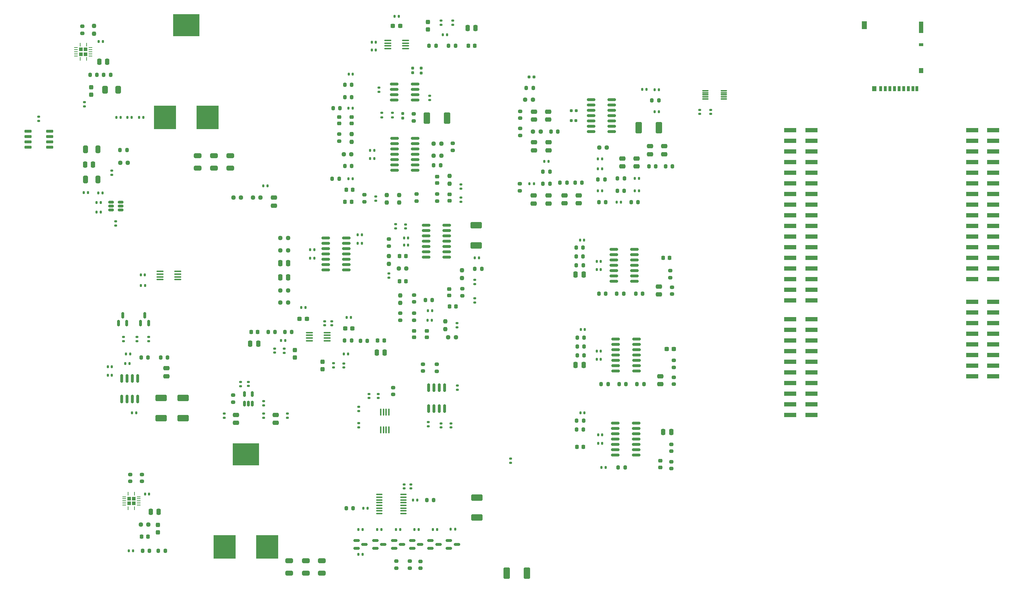
<source format=gbr>
%TF.GenerationSoftware,KiCad,Pcbnew,8.0.8*%
%TF.CreationDate,2025-03-14T14:35:35+00:00*%
%TF.ProjectId,Beehive_Monitor_main_PCB,42656568-6976-4655-9f4d-6f6e69746f72,rev?*%
%TF.SameCoordinates,Original*%
%TF.FileFunction,Paste,Top*%
%TF.FilePolarity,Positive*%
%FSLAX46Y46*%
G04 Gerber Fmt 4.6, Leading zero omitted, Abs format (unit mm)*
G04 Created by KiCad (PCBNEW 8.0.8) date 2025-03-14 14:35:35*
%MOMM*%
%LPD*%
G01*
G04 APERTURE LIST*
G04 Aperture macros list*
%AMRoundRect*
0 Rectangle with rounded corners*
0 $1 Rounding radius*
0 $2 $3 $4 $5 $6 $7 $8 $9 X,Y pos of 4 corners*
0 Add a 4 corners polygon primitive as box body*
4,1,4,$2,$3,$4,$5,$6,$7,$8,$9,$2,$3,0*
0 Add four circle primitives for the rounded corners*
1,1,$1+$1,$2,$3*
1,1,$1+$1,$4,$5*
1,1,$1+$1,$6,$7*
1,1,$1+$1,$8,$9*
0 Add four rect primitives between the rounded corners*
20,1,$1+$1,$2,$3,$4,$5,0*
20,1,$1+$1,$4,$5,$6,$7,0*
20,1,$1+$1,$6,$7,$8,$9,0*
20,1,$1+$1,$8,$9,$2,$3,0*%
G04 Aperture macros list end*
%ADD10RoundRect,0.237500X0.300000X0.237500X-0.300000X0.237500X-0.300000X-0.237500X0.300000X-0.237500X0*%
%ADD11RoundRect,0.200000X-0.200000X-0.275000X0.200000X-0.275000X0.200000X0.275000X-0.200000X0.275000X0*%
%ADD12RoundRect,0.225000X0.250000X-0.225000X0.250000X0.225000X-0.250000X0.225000X-0.250000X-0.225000X0*%
%ADD13RoundRect,0.150000X0.150000X-0.512500X0.150000X0.512500X-0.150000X0.512500X-0.150000X-0.512500X0*%
%ADD14RoundRect,0.140000X-0.140000X-0.170000X0.140000X-0.170000X0.140000X0.170000X-0.140000X0.170000X0*%
%ADD15RoundRect,0.250000X0.475000X-0.250000X0.475000X0.250000X-0.475000X0.250000X-0.475000X-0.250000X0*%
%ADD16RoundRect,0.135000X-0.185000X0.135000X-0.185000X-0.135000X0.185000X-0.135000X0.185000X0.135000X0*%
%ADD17RoundRect,0.200000X0.275000X-0.200000X0.275000X0.200000X-0.275000X0.200000X-0.275000X-0.200000X0*%
%ADD18RoundRect,0.135000X0.135000X0.185000X-0.135000X0.185000X-0.135000X-0.185000X0.135000X-0.185000X0*%
%ADD19RoundRect,0.150000X-0.825000X-0.150000X0.825000X-0.150000X0.825000X0.150000X-0.825000X0.150000X0*%
%ADD20RoundRect,0.200000X-0.275000X0.200000X-0.275000X-0.200000X0.275000X-0.200000X0.275000X0.200000X0*%
%ADD21RoundRect,0.250000X0.250000X0.475000X-0.250000X0.475000X-0.250000X-0.475000X0.250000X-0.475000X0*%
%ADD22RoundRect,0.200000X0.200000X0.275000X-0.200000X0.275000X-0.200000X-0.275000X0.200000X-0.275000X0*%
%ADD23RoundRect,0.225000X-0.225000X-0.250000X0.225000X-0.250000X0.225000X0.250000X-0.225000X0.250000X0*%
%ADD24RoundRect,0.140000X0.170000X-0.140000X0.170000X0.140000X-0.170000X0.140000X-0.170000X-0.140000X0*%
%ADD25RoundRect,0.250000X-0.650000X0.325000X-0.650000X-0.325000X0.650000X-0.325000X0.650000X0.325000X0*%
%ADD26RoundRect,0.155000X0.155000X-0.212500X0.155000X0.212500X-0.155000X0.212500X-0.155000X-0.212500X0*%
%ADD27RoundRect,0.100000X0.712500X0.100000X-0.712500X0.100000X-0.712500X-0.100000X0.712500X-0.100000X0*%
%ADD28RoundRect,0.140000X-0.170000X0.140000X-0.170000X-0.140000X0.170000X-0.140000X0.170000X0.140000X0*%
%ADD29RoundRect,0.135000X-0.135000X-0.185000X0.135000X-0.185000X0.135000X0.185000X-0.135000X0.185000X0*%
%ADD30RoundRect,0.135000X0.185000X-0.135000X0.185000X0.135000X-0.185000X0.135000X-0.185000X-0.135000X0*%
%ADD31RoundRect,0.225000X-0.250000X0.225000X-0.250000X-0.225000X0.250000X-0.225000X0.250000X0.225000X0*%
%ADD32RoundRect,0.250000X-0.250000X-0.475000X0.250000X-0.475000X0.250000X0.475000X-0.250000X0.475000X0*%
%ADD33RoundRect,0.250000X-0.475000X0.250000X-0.475000X-0.250000X0.475000X-0.250000X0.475000X0.250000X0*%
%ADD34RoundRect,0.140000X0.140000X0.170000X-0.140000X0.170000X-0.140000X-0.170000X0.140000X-0.170000X0*%
%ADD35R,6.360000X5.280000*%
%ADD36R,5.330000X5.590000*%
%ADD37RoundRect,0.237500X-0.237500X0.300000X-0.237500X-0.300000X0.237500X-0.300000X0.237500X0.300000X0*%
%ADD38RoundRect,0.100000X-0.712500X-0.100000X0.712500X-0.100000X0.712500X0.100000X-0.712500X0.100000X0*%
%ADD39RoundRect,0.225000X0.225000X0.250000X-0.225000X0.250000X-0.225000X-0.250000X0.225000X-0.250000X0*%
%ADD40RoundRect,0.237500X-0.250000X-0.237500X0.250000X-0.237500X0.250000X0.237500X-0.250000X0.237500X0*%
%ADD41R,0.820000X0.820000*%
%ADD42R,0.280000X0.850000*%
%ADD43R,0.850000X0.280000*%
%ADD44RoundRect,0.150000X-0.587500X-0.150000X0.587500X-0.150000X0.587500X0.150000X-0.587500X0.150000X0*%
%ADD45RoundRect,0.237500X-0.300000X-0.237500X0.300000X-0.237500X0.300000X0.237500X-0.300000X0.237500X0*%
%ADD46RoundRect,0.150000X-0.150000X0.825000X-0.150000X-0.825000X0.150000X-0.825000X0.150000X0.825000X0*%
%ADD47RoundRect,0.237500X0.250000X0.237500X-0.250000X0.237500X-0.250000X-0.237500X0.250000X-0.237500X0*%
%ADD48RoundRect,0.237500X-0.237500X0.250000X-0.237500X-0.250000X0.237500X-0.250000X0.237500X0.250000X0*%
%ADD49RoundRect,0.100000X-0.637500X-0.100000X0.637500X-0.100000X0.637500X0.100000X-0.637500X0.100000X0*%
%ADD50RoundRect,0.237500X0.237500X-0.300000X0.237500X0.300000X-0.237500X0.300000X-0.237500X-0.300000X0*%
%ADD51R,3.000000X1.000000*%
%ADD52RoundRect,0.250000X1.100000X-0.500000X1.100000X0.500000X-1.100000X0.500000X-1.100000X-0.500000X0*%
%ADD53RoundRect,0.237500X0.237500X-0.250000X0.237500X0.250000X-0.237500X0.250000X-0.237500X-0.250000X0*%
%ADD54RoundRect,0.155000X-0.212500X-0.155000X0.212500X-0.155000X0.212500X0.155000X-0.212500X0.155000X0*%
%ADD55RoundRect,0.250000X-0.500000X-1.100000X0.500000X-1.100000X0.500000X1.100000X-0.500000X1.100000X0*%
%ADD56RoundRect,0.250000X-0.325000X-0.650000X0.325000X-0.650000X0.325000X0.650000X-0.325000X0.650000X0*%
%ADD57RoundRect,0.150000X0.512500X0.150000X-0.512500X0.150000X-0.512500X-0.150000X0.512500X-0.150000X0*%
%ADD58RoundRect,0.150000X0.725000X0.150000X-0.725000X0.150000X-0.725000X-0.150000X0.725000X-0.150000X0*%
%ADD59RoundRect,0.250000X0.500000X1.100000X-0.500000X1.100000X-0.500000X-1.100000X0.500000X-1.100000X0*%
%ADD60RoundRect,0.155000X-0.155000X0.212500X-0.155000X-0.212500X0.155000X-0.212500X0.155000X0.212500X0*%
%ADD61RoundRect,0.075000X-0.650000X-0.075000X0.650000X-0.075000X0.650000X0.075000X-0.650000X0.075000X0*%
%ADD62RoundRect,0.250000X0.412500X0.650000X-0.412500X0.650000X-0.412500X-0.650000X0.412500X-0.650000X0*%
%ADD63RoundRect,0.150000X0.150000X-0.587500X0.150000X0.587500X-0.150000X0.587500X-0.150000X-0.587500X0*%
%ADD64R,0.700000X1.200000*%
%ADD65R,1.000000X0.800000*%
%ADD66R,1.000000X1.200000*%
%ADD67R,1.000000X2.800000*%
%ADD68R,1.300000X1.900000*%
%ADD69RoundRect,0.155000X0.212500X0.155000X-0.212500X0.155000X-0.212500X-0.155000X0.212500X-0.155000X0*%
%ADD70RoundRect,0.100000X0.100000X-0.712500X0.100000X0.712500X-0.100000X0.712500X-0.100000X-0.712500X0*%
%ADD71RoundRect,0.150000X0.150000X-0.825000X0.150000X0.825000X-0.150000X0.825000X-0.150000X-0.825000X0*%
G04 APERTURE END LIST*
D10*
%TO.C,C95*%
X212515000Y-134350000D03*
X210790000Y-134350000D03*
%TD*%
D11*
%TO.C,R47*%
X133980000Y-74210000D03*
X135630000Y-74210000D03*
%TD*%
D12*
%TO.C,C84*%
X150531250Y-131567500D03*
X150531250Y-130017500D03*
%TD*%
D13*
%TO.C,IC4*%
X110025000Y-147385000D03*
X110975000Y-147385000D03*
X111925000Y-147385000D03*
X111925000Y-145110000D03*
X110025000Y-145110000D03*
%TD*%
D14*
%TO.C,Cboot1*%
X86340000Y-169000000D03*
X87300000Y-169000000D03*
%TD*%
D15*
%TO.C,C77*%
X210240000Y-87825907D03*
X210240000Y-85925907D03*
%TD*%
D16*
%TO.C,R17*%
X114650000Y-146740000D03*
X114650000Y-147760000D03*
%TD*%
D11*
%TO.C,R141*%
X85390000Y-136370000D03*
X87040000Y-136370000D03*
%TD*%
D17*
%TO.C,R60*%
X151110000Y-98995000D03*
X151110000Y-97345000D03*
%TD*%
D18*
%TO.C,R82*%
X179090000Y-94845907D03*
X178070000Y-94845907D03*
%TD*%
D19*
%TO.C,U1*%
X145830000Y-84050000D03*
X145830000Y-85320000D03*
X145830000Y-86590000D03*
X145830000Y-87860000D03*
X145830000Y-89130000D03*
X145830000Y-90400000D03*
X145830000Y-91670000D03*
X150780000Y-91670000D03*
X150780000Y-90400000D03*
X150780000Y-89130000D03*
X150780000Y-87860000D03*
X150780000Y-86590000D03*
X150780000Y-85320000D03*
X150780000Y-84050000D03*
%TD*%
D20*
%TO.C,R113*%
X150531250Y-125787500D03*
X150531250Y-127437500D03*
%TD*%
D12*
%TO.C,C63*%
X158990000Y-98965000D03*
X158990000Y-97415000D03*
%TD*%
D21*
%TO.C,C111*%
X190977499Y-116532500D03*
X189077499Y-116532500D03*
%TD*%
D22*
%TO.C,R79*%
X184840000Y-82430000D03*
X183190000Y-82430000D03*
%TD*%
D23*
%TO.C,C31*%
X111610000Y-130290000D03*
X113160000Y-130290000D03*
%TD*%
D24*
%TO.C,C24*%
X130900000Y-128660000D03*
X130900000Y-127700000D03*
%TD*%
D14*
%TO.C,C97*%
X138420000Y-172310000D03*
X139380000Y-172310000D03*
%TD*%
D25*
%TO.C,C20*%
X128525000Y-184900000D03*
X128525000Y-187850000D03*
%TD*%
D26*
%TO.C,C68*%
X150205000Y-68417500D03*
X150205000Y-67282500D03*
%TD*%
D19*
%TO.C,U3*%
X192740000Y-74795907D03*
X192740000Y-76065907D03*
X192740000Y-77335907D03*
X192740000Y-78605907D03*
X192740000Y-79875907D03*
X192740000Y-81145907D03*
X192740000Y-82415907D03*
X197690000Y-82415907D03*
X197690000Y-81145907D03*
X197690000Y-79875907D03*
X197690000Y-78605907D03*
X197690000Y-77335907D03*
X197690000Y-76065907D03*
X197690000Y-74795907D03*
%TD*%
D27*
%TO.C,IC2*%
X94092500Y-117775000D03*
X94092500Y-117125000D03*
X94092500Y-116475000D03*
X94092500Y-115825000D03*
X89867500Y-115825000D03*
X89867500Y-116475000D03*
X89867500Y-117125000D03*
X89867500Y-117775000D03*
%TD*%
D28*
%TO.C,C89*%
X159325000Y-152107500D03*
X159325000Y-153067500D03*
%TD*%
D29*
%TO.C,R146*%
X83225552Y-149554448D03*
X84245552Y-149554448D03*
%TD*%
D30*
%TO.C,R71*%
X142145000Y-72940000D03*
X142145000Y-71920000D03*
%TD*%
D11*
%TO.C,R13*%
X80340000Y-86810000D03*
X81990000Y-86810000D03*
%TD*%
%TO.C,R154*%
X189425000Y-133710000D03*
X191075000Y-133710000D03*
%TD*%
D31*
%TO.C,C59*%
X132690000Y-78975000D03*
X132690000Y-80525000D03*
%TD*%
D14*
%TO.C,C57*%
X134895000Y-68690000D03*
X135855000Y-68690000D03*
%TD*%
D32*
%TO.C,C2*%
X72025000Y-90275000D03*
X73925000Y-90275000D03*
%TD*%
D11*
%TO.C,R132*%
X165016250Y-115172500D03*
X166666250Y-115172500D03*
%TD*%
D22*
%TO.C,R92*%
X200677500Y-96585907D03*
X199027500Y-96585907D03*
%TD*%
D33*
%TO.C,C72*%
X182520000Y-77670907D03*
X182520000Y-79570907D03*
%TD*%
D34*
%TO.C,C93*%
X191265000Y-129680000D03*
X190305000Y-129680000D03*
%TD*%
D11*
%TO.C,R116*%
X195170000Y-142730000D03*
X196820000Y-142730000D03*
%TD*%
D17*
%TO.C,R167*%
X155940000Y-139625000D03*
X155940000Y-137975000D03*
%TD*%
D29*
%TO.C,R96*%
X203155000Y-93635907D03*
X204175000Y-93635907D03*
%TD*%
D18*
%TO.C,R168*%
X154836250Y-125187500D03*
X153816250Y-125187500D03*
%TD*%
D34*
%TO.C,C56*%
X140992500Y-86900000D03*
X140032500Y-86900000D03*
%TD*%
D11*
%TO.C,R118*%
X153201250Y-122687500D03*
X154851250Y-122687500D03*
%TD*%
D17*
%TO.C,R50*%
X132690000Y-84700000D03*
X132690000Y-83050000D03*
%TD*%
D18*
%TO.C,R28*%
X134740000Y-135480000D03*
X133720000Y-135480000D03*
%TD*%
D30*
%TO.C,R149*%
X173500000Y-161510000D03*
X173500000Y-160490000D03*
%TD*%
D17*
%TO.C,R121*%
X149495000Y-186635000D03*
X149495000Y-184985000D03*
%TD*%
D34*
%TO.C,C102*%
X78400000Y-140604448D03*
X77440000Y-140604448D03*
%TD*%
%TO.C,C44*%
X86320000Y-119210000D03*
X85360000Y-119210000D03*
%TD*%
D11*
%TO.C,R95*%
X199040000Y-93635907D03*
X200690000Y-93635907D03*
%TD*%
D16*
%TO.C,R133*%
X165011250Y-117842500D03*
X165011250Y-118862500D03*
%TD*%
D30*
%TO.C,R143*%
X81190000Y-132470000D03*
X81190000Y-131450000D03*
%TD*%
%TO.C,R500*%
X78340000Y-92750000D03*
X78340000Y-91730000D03*
%TD*%
D20*
%TO.C,R6*%
X71350000Y-57312500D03*
X71350000Y-58962500D03*
%TD*%
D35*
%TO.C,L1*%
X96125000Y-57000000D03*
D36*
X91050000Y-79075000D03*
X101200000Y-79075000D03*
%TD*%
D11*
%TO.C,R156*%
X199435000Y-142730000D03*
X201085000Y-142730000D03*
%TD*%
D18*
%TO.C,R46*%
X135850000Y-76840000D03*
X134830000Y-76840000D03*
%TD*%
D37*
%TO.C,C7*%
X73500000Y-71875000D03*
X73500000Y-73600000D03*
%TD*%
D16*
%TO.C,R150*%
X153915000Y-151747500D03*
X153915000Y-152767500D03*
%TD*%
D29*
%TO.C,R36*%
X123553750Y-124426250D03*
X124573750Y-124426250D03*
%TD*%
D22*
%TO.C,R91*%
X203960000Y-99285907D03*
X202310000Y-99285907D03*
%TD*%
D33*
%TO.C,C14*%
X107975000Y-150080000D03*
X107975000Y-151980000D03*
%TD*%
D16*
%TO.C,R4*%
X79300000Y-103880000D03*
X79300000Y-104900000D03*
%TD*%
D38*
%TO.C,IC6*%
X125552500Y-130410000D03*
X125552500Y-131060000D03*
X125552500Y-131710000D03*
X125552500Y-132360000D03*
X129777500Y-132360000D03*
X129777500Y-131710000D03*
X129777500Y-131060000D03*
X129777500Y-130410000D03*
%TD*%
D34*
%TO.C,C55*%
X140992500Y-88870000D03*
X140032500Y-88870000D03*
%TD*%
D24*
%TO.C,C23*%
X129202500Y-128660000D03*
X129202500Y-127700000D03*
%TD*%
%TO.C,C100*%
X149770000Y-167640000D03*
X149770000Y-166680000D03*
%TD*%
D22*
%TO.C,R155*%
X191085000Y-135820000D03*
X189435000Y-135820000D03*
%TD*%
D39*
%TO.C,C112*%
X211497499Y-112542500D03*
X209947499Y-112542500D03*
%TD*%
D16*
%TO.C,R55*%
X141380000Y-97900000D03*
X141380000Y-98920000D03*
%TD*%
D29*
%TO.C,R34*%
X118778750Y-132320000D03*
X119798750Y-132320000D03*
%TD*%
D11*
%TO.C,R11*%
X76450000Y-68900000D03*
X78100000Y-68900000D03*
%TD*%
D10*
%TO.C,C39*%
X147200000Y-57170000D03*
X145475000Y-57170000D03*
%TD*%
D40*
%TO.C,R16*%
X85300000Y-176225000D03*
X87125000Y-176225000D03*
%TD*%
D17*
%TO.C,R158*%
X212525000Y-138715000D03*
X212525000Y-137065000D03*
%TD*%
D37*
%TO.C,C27*%
X128650000Y-137397500D03*
X128650000Y-139122500D03*
%TD*%
D18*
%TO.C,R72*%
X115525000Y-95360000D03*
X114505000Y-95360000D03*
%TD*%
D11*
%TO.C,R86*%
X188920000Y-94625907D03*
X190570000Y-94625907D03*
%TD*%
D41*
%TO.C,IC3*%
X71015000Y-62815000D03*
X71015000Y-63935000D03*
X72135000Y-62815000D03*
X72135000Y-63935000D03*
D42*
X70825000Y-61650000D03*
D43*
X69850000Y-62375000D03*
X69850000Y-62875000D03*
X69850000Y-63375000D03*
X69850000Y-63875000D03*
X69850000Y-64375000D03*
D42*
X70825000Y-65100000D03*
X72325000Y-65100000D03*
D43*
X73300000Y-64375000D03*
X73300000Y-63875000D03*
X73300000Y-63375000D03*
X73300000Y-62875000D03*
X73300000Y-62375000D03*
D42*
X72325000Y-61650000D03*
%TD*%
D29*
%TO.C,R173*%
X195235000Y-162580000D03*
X196255000Y-162580000D03*
%TD*%
D44*
%TO.C,Q3*%
X136770000Y-180010000D03*
X136770000Y-181910000D03*
X138645000Y-180960000D03*
%TD*%
D21*
%TO.C,C117*%
X211880000Y-154110000D03*
X209980000Y-154110000D03*
%TD*%
D24*
%TO.C,C99*%
X148120000Y-167640000D03*
X148120000Y-166680000D03*
%TD*%
D18*
%TO.C,R104*%
X204162500Y-96585907D03*
X203142500Y-96585907D03*
%TD*%
D30*
%TO.C,R142*%
X84425552Y-132470000D03*
X84425552Y-131450000D03*
%TD*%
D34*
%TO.C,C114*%
X195390000Y-156820000D03*
X194430000Y-156820000D03*
%TD*%
D40*
%TO.C,R42*%
X107407500Y-98200000D03*
X109232500Y-98200000D03*
%TD*%
D20*
%TO.C,R15*%
X82750000Y-164300000D03*
X82750000Y-165950000D03*
%TD*%
D34*
%TO.C,C109*%
X195062499Y-115372500D03*
X194102499Y-115372500D03*
%TD*%
D45*
%TO.C,C34*%
X123201250Y-127166250D03*
X124926250Y-127166250D03*
%TD*%
D39*
%TO.C,C116*%
X190885000Y-157700000D03*
X189335000Y-157700000D03*
%TD*%
D15*
%TO.C,C17*%
X186450000Y-99565907D03*
X186450000Y-97665907D03*
%TD*%
D46*
%TO.C,U5*%
X157800000Y-143587500D03*
X156530000Y-143587500D03*
X155260000Y-143587500D03*
X153990000Y-143587500D03*
X153990000Y-148537500D03*
X155260000Y-148537500D03*
X156530000Y-148537500D03*
X157800000Y-148537500D03*
%TD*%
D47*
%TO.C,R26*%
X120420000Y-120360000D03*
X118595000Y-120360000D03*
%TD*%
D14*
%TO.C,Cboot5*%
X75270000Y-60925000D03*
X76230000Y-60925000D03*
%TD*%
D48*
%TO.C,R63*%
X159000000Y-93025000D03*
X159000000Y-94850000D03*
%TD*%
D18*
%TO.C,R125*%
X138217500Y-177385000D03*
X137197500Y-177385000D03*
%TD*%
D40*
%TO.C,R75*%
X177027500Y-74845907D03*
X178852500Y-74845907D03*
%TD*%
D20*
%TO.C,R111*%
X150531250Y-121447500D03*
X150531250Y-123097500D03*
%TD*%
D49*
%TO.C,IC9*%
X142245000Y-169060000D03*
X142245000Y-169710000D03*
X142245000Y-170360000D03*
X142245000Y-171010000D03*
X142245000Y-171660000D03*
X142245000Y-172310000D03*
X142245000Y-172960000D03*
X142245000Y-173610000D03*
X147970000Y-173610000D03*
X147970000Y-172960000D03*
X147970000Y-172310000D03*
X147970000Y-171660000D03*
X147970000Y-171010000D03*
X147970000Y-170360000D03*
X147970000Y-169710000D03*
X147970000Y-169060000D03*
%TD*%
D44*
%TO.C,Q1*%
X150095000Y-180010000D03*
X150095000Y-181910000D03*
X151970000Y-180960000D03*
%TD*%
D10*
%TO.C,C28*%
X135782500Y-129426250D03*
X134057500Y-129426250D03*
%TD*%
D18*
%TO.C,R39*%
X158415000Y-59317500D03*
X157395000Y-59317500D03*
%TD*%
D50*
%TO.C,C38*%
X153790000Y-58032500D03*
X153790000Y-56307500D03*
%TD*%
D15*
%TO.C,C74*%
X179050000Y-99595907D03*
X179050000Y-97695907D03*
%TD*%
D12*
%TO.C,C86*%
X158936250Y-121572500D03*
X158936250Y-120022500D03*
%TD*%
D20*
%TO.C,R65*%
X156040000Y-97360000D03*
X156040000Y-99010000D03*
%TD*%
D17*
%TO.C,R110*%
X152645000Y-139605000D03*
X152645000Y-137955000D03*
%TD*%
D26*
%TO.C,C67*%
X152195000Y-68427500D03*
X152195000Y-67292500D03*
%TD*%
D32*
%TO.C,Css5*%
X75375000Y-65750000D03*
X77275000Y-65750000D03*
%TD*%
D11*
%TO.C,R33*%
X119695000Y-130290000D03*
X121345000Y-130290000D03*
%TD*%
D35*
%TO.C,L2*%
X110350000Y-159480000D03*
D36*
X105275000Y-181555000D03*
X115425000Y-181555000D03*
%TD*%
D11*
%TO.C,R153*%
X203415000Y-121120000D03*
X205065000Y-121120000D03*
%TD*%
%TO.C,R93*%
X206520000Y-90735907D03*
X208170000Y-90735907D03*
%TD*%
D33*
%TO.C,C73*%
X179160000Y-84975907D03*
X179160000Y-86875907D03*
%TD*%
D19*
%TO.C,IC8*%
X129430000Y-107830000D03*
X129430000Y-109100000D03*
X129430000Y-110370000D03*
X129430000Y-111640000D03*
X129430000Y-112910000D03*
X129430000Y-114180000D03*
X129430000Y-115450000D03*
X134380000Y-115450000D03*
X134380000Y-114180000D03*
X134380000Y-112910000D03*
X134380000Y-111640000D03*
X134380000Y-110370000D03*
X134380000Y-109100000D03*
X134380000Y-107830000D03*
%TD*%
D18*
%TO.C,R88*%
X195350000Y-91315907D03*
X194330000Y-91315907D03*
%TD*%
D11*
%TO.C,R157*%
X203685000Y-142720000D03*
X205335000Y-142720000D03*
%TD*%
D40*
%TO.C,R25*%
X118595000Y-123250000D03*
X120420000Y-123250000D03*
%TD*%
D12*
%TO.C,C62*%
X156040000Y-94715000D03*
X156040000Y-93165000D03*
%TD*%
D16*
%TO.C,R105*%
X146101250Y-104542500D03*
X146101250Y-105562500D03*
%TD*%
D17*
%TO.C,R151*%
X145485000Y-145182500D03*
X145485000Y-143532500D03*
%TD*%
D11*
%TO.C,R101*%
X181270000Y-92015907D03*
X182920000Y-92015907D03*
%TD*%
%TO.C,R32*%
X115675000Y-130290000D03*
X117325000Y-130290000D03*
%TD*%
D23*
%TO.C,C60*%
X134310000Y-96340000D03*
X135860000Y-96340000D03*
%TD*%
D51*
%TO.C,J1*%
X283680000Y-140840000D03*
X288720000Y-140840000D03*
X283680000Y-138300000D03*
X288720000Y-138300000D03*
X283680000Y-135760000D03*
X288720000Y-135760000D03*
X283680000Y-133220000D03*
X288720000Y-133220000D03*
X283680000Y-130680000D03*
X288720000Y-130680000D03*
X283680000Y-128140000D03*
X288720000Y-128140000D03*
X283680000Y-125600000D03*
X288720000Y-125600000D03*
X283680000Y-123060000D03*
X288720000Y-123060000D03*
%TD*%
D22*
%TO.C,R37*%
X160415000Y-61957500D03*
X158765000Y-61957500D03*
%TD*%
%TO.C,R159*%
X190822499Y-110142500D03*
X189172499Y-110142500D03*
%TD*%
D52*
%TO.C,D4*%
X95390000Y-150820000D03*
X95390000Y-146020000D03*
%TD*%
D18*
%TO.C,R56*%
X135865000Y-93700000D03*
X134845000Y-93700000D03*
%TD*%
D19*
%TO.C,U4*%
X153366250Y-104800000D03*
X153366250Y-106070000D03*
X153366250Y-107340000D03*
X153366250Y-108610000D03*
X153366250Y-109880000D03*
X153366250Y-111150000D03*
X153366250Y-112420000D03*
X158316250Y-112420000D03*
X158316250Y-111150000D03*
X158316250Y-109880000D03*
X158316250Y-108610000D03*
X158316250Y-107340000D03*
X158316250Y-106070000D03*
X158316250Y-104800000D03*
%TD*%
D28*
%TO.C,C107*%
X221330000Y-77270000D03*
X221330000Y-78230000D03*
%TD*%
D22*
%TO.C,R38*%
X155755000Y-61957500D03*
X154105000Y-61957500D03*
%TD*%
D34*
%TO.C,C41*%
X141377500Y-62972500D03*
X140417500Y-62972500D03*
%TD*%
D22*
%TO.C,R89*%
X196275000Y-99275907D03*
X194625000Y-99275907D03*
%TD*%
D15*
%TO.C,C75*%
X189780000Y-99565907D03*
X189780000Y-97665907D03*
%TD*%
D40*
%TO.C,R102*%
X194667500Y-86205907D03*
X196492500Y-86205907D03*
%TD*%
D17*
%TO.C,R175*%
X211880000Y-162885000D03*
X211880000Y-161235000D03*
%TD*%
D24*
%TO.C,C81*%
X148511250Y-105532500D03*
X148511250Y-104572500D03*
%TD*%
D21*
%TO.C,C35*%
X165170000Y-57707500D03*
X163270000Y-57707500D03*
%TD*%
D18*
%TO.C,R138*%
X160292500Y-177360000D03*
X159272500Y-177360000D03*
%TD*%
D53*
%TO.C,R115*%
X147211250Y-123332500D03*
X147211250Y-121507500D03*
%TD*%
%TO.C,R7*%
X74150000Y-59050000D03*
X74150000Y-57225000D03*
%TD*%
D34*
%TO.C,C78*%
X208910000Y-77695907D03*
X207950000Y-77695907D03*
%TD*%
D40*
%TO.C,R62*%
X155175000Y-85320000D03*
X157000000Y-85320000D03*
%TD*%
D20*
%TO.C,R22*%
X107315000Y-145365000D03*
X107315000Y-147015000D03*
%TD*%
D54*
%TO.C,C71*%
X177962500Y-69393407D03*
X179097500Y-69393407D03*
%TD*%
D30*
%TO.C,R100*%
X154210000Y-74930000D03*
X154210000Y-73910000D03*
%TD*%
D48*
%TO.C,R128*%
X161981250Y-115537500D03*
X161981250Y-117362500D03*
%TD*%
D55*
%TO.C,D1*%
X153600000Y-79200000D03*
X158400000Y-79200000D03*
%TD*%
D47*
%TO.C,R64*%
X157012500Y-88180000D03*
X155187500Y-88180000D03*
%TD*%
D18*
%TO.C,R139*%
X155995000Y-177385000D03*
X154975000Y-177385000D03*
%TD*%
D53*
%TO.C,R122*%
X158001250Y-129555000D03*
X158001250Y-127730000D03*
%TD*%
D28*
%TO.C,C32*%
X117273750Y-134256250D03*
X117273750Y-135216250D03*
%TD*%
D17*
%TO.C,R77*%
X175870000Y-83335907D03*
X175870000Y-81685907D03*
%TD*%
D22*
%TO.C,R84*%
X196030000Y-93875907D03*
X194380000Y-93875907D03*
%TD*%
D37*
%TO.C,C5*%
X89425000Y-176337500D03*
X89425000Y-178062500D03*
%TD*%
D34*
%TO.C,C91*%
X195055000Y-134810000D03*
X194095000Y-134810000D03*
%TD*%
D18*
%TO.C,R44*%
X138060000Y-109100000D03*
X137040000Y-109100000D03*
%TD*%
D32*
%TO.C,Css1*%
X87650000Y-173175000D03*
X89550000Y-173175000D03*
%TD*%
D56*
%TO.C,C1*%
X72100000Y-86675000D03*
X75050000Y-86675000D03*
%TD*%
D16*
%TO.C,R35*%
X119533750Y-134246250D03*
X119533750Y-135266250D03*
%TD*%
D17*
%TO.C,R117*%
X212525000Y-142720000D03*
X212525000Y-141070000D03*
%TD*%
D57*
%TO.C,IC1*%
X80497500Y-101162500D03*
X80497500Y-100212500D03*
X80497500Y-99262500D03*
X78222500Y-99262500D03*
X78222500Y-100212500D03*
X78222500Y-101162500D03*
%TD*%
D11*
%TO.C,R10*%
X73200000Y-68900000D03*
X74850000Y-68900000D03*
%TD*%
D30*
%TO.C,R144*%
X87170000Y-132470000D03*
X87170000Y-131450000D03*
%TD*%
D17*
%TO.C,R14*%
X85575000Y-165950000D03*
X85575000Y-164300000D03*
%TD*%
D11*
%TO.C,R162*%
X194602499Y-121122500D03*
X196252499Y-121122500D03*
%TD*%
D17*
%TO.C,R165*%
X212100000Y-121245000D03*
X212100000Y-119595000D03*
%TD*%
D29*
%TO.C,R169*%
X81750000Y-135510000D03*
X82770000Y-135510000D03*
%TD*%
D21*
%TO.C,C94*%
X190975000Y-138170000D03*
X189075000Y-138170000D03*
%TD*%
D33*
%TO.C,C54*%
X179130000Y-77670907D03*
X179130000Y-79570907D03*
%TD*%
D23*
%TO.C,C61*%
X134030000Y-99170000D03*
X135580000Y-99170000D03*
%TD*%
D58*
%TO.C,Q9*%
X63550000Y-86185000D03*
X63550000Y-84915000D03*
X63550000Y-83645000D03*
X63550000Y-82375000D03*
X58400000Y-82375000D03*
X58400000Y-83645000D03*
X58400000Y-84915000D03*
X58400000Y-86185000D03*
%TD*%
D39*
%TO.C,C4*%
X87025000Y-179125000D03*
X85475000Y-179125000D03*
%TD*%
D20*
%TO.C,R129*%
X161991250Y-119972500D03*
X161991250Y-121622500D03*
%TD*%
D51*
%TO.C,J2*%
X240270000Y-150040000D03*
X245310000Y-150040000D03*
X240270000Y-147500000D03*
X245310000Y-147500000D03*
X240270000Y-144960000D03*
X245310000Y-144960000D03*
X240270000Y-142420000D03*
X245310000Y-142420000D03*
X240270000Y-139880000D03*
X245310000Y-139880000D03*
X240270000Y-137340000D03*
X245310000Y-137340000D03*
X240270000Y-134800000D03*
X245310000Y-134800000D03*
X240270000Y-132260000D03*
X245310000Y-132260000D03*
X240270000Y-129720000D03*
X245310000Y-129720000D03*
X240270000Y-127180000D03*
X245310000Y-127180000D03*
%TD*%
D18*
%TO.C,R131*%
X138217500Y-183385000D03*
X137197500Y-183385000D03*
%TD*%
D22*
%TO.C,R49*%
X135630000Y-71290000D03*
X133980000Y-71290000D03*
%TD*%
D40*
%TO.C,R43*%
X112067500Y-98200000D03*
X113892500Y-98200000D03*
%TD*%
D11*
%TO.C,R94*%
X210525000Y-90745907D03*
X212175000Y-90745907D03*
%TD*%
D55*
%TO.C,D8*%
X172620000Y-187860000D03*
X177420000Y-187860000D03*
%TD*%
D19*
%TO.C,U2*%
X145800000Y-71120000D03*
X145800000Y-72390000D03*
X145800000Y-73660000D03*
X145800000Y-74930000D03*
X150750000Y-74930000D03*
X150750000Y-73660000D03*
X150750000Y-72390000D03*
X150750000Y-71120000D03*
%TD*%
D34*
%TO.C,C103*%
X78409448Y-138560000D03*
X77449448Y-138560000D03*
%TD*%
D22*
%TO.C,R18*%
X91150000Y-182475000D03*
X89500000Y-182475000D03*
%TD*%
D16*
%TO.C,R134*%
X165011250Y-122252500D03*
X165011250Y-123272500D03*
%TD*%
D39*
%TO.C,C29*%
X143360000Y-132320000D03*
X141810000Y-132320000D03*
%TD*%
D11*
%TO.C,R51*%
X131180000Y-76840000D03*
X132830000Y-76840000D03*
%TD*%
D34*
%TO.C,C80*%
X149101250Y-107792500D03*
X148141250Y-107792500D03*
%TD*%
D24*
%TO.C,C104*%
X139765000Y-146027500D03*
X139765000Y-145067500D03*
%TD*%
D29*
%TO.C,R87*%
X194330000Y-88915907D03*
X195350000Y-88915907D03*
%TD*%
D17*
%TO.C,R166*%
X211682499Y-117292500D03*
X211682499Y-115642500D03*
%TD*%
D34*
%TO.C,C79*%
X149101250Y-109502500D03*
X148141250Y-109502500D03*
%TD*%
D37*
%TO.C,C33*%
X122043750Y-134613750D03*
X122043750Y-136338750D03*
%TD*%
D22*
%TO.C,R112*%
X191080000Y-131630000D03*
X189430000Y-131630000D03*
%TD*%
D59*
%TO.C,D2*%
X208910000Y-81485907D03*
X204110000Y-81485907D03*
%TD*%
D51*
%TO.C,J4*%
X240270000Y-122730000D03*
X245310000Y-122730000D03*
X240270000Y-120190000D03*
X245310000Y-120190000D03*
X240270000Y-117650000D03*
X245310000Y-117650000D03*
X240270000Y-115110000D03*
X245310000Y-115110000D03*
X240270000Y-112570000D03*
X245310000Y-112570000D03*
X240270000Y-110030000D03*
X245310000Y-110030000D03*
X240270000Y-107490000D03*
X245310000Y-107490000D03*
X240270000Y-104950000D03*
X245310000Y-104950000D03*
X240270000Y-102410000D03*
X245310000Y-102410000D03*
X240270000Y-99870000D03*
X245310000Y-99870000D03*
X240270000Y-97330000D03*
X245310000Y-97330000D03*
X240270000Y-94790000D03*
X245310000Y-94790000D03*
X240270000Y-92250000D03*
X245310000Y-92250000D03*
X240270000Y-89710000D03*
X245310000Y-89710000D03*
X240270000Y-87170000D03*
X245310000Y-87170000D03*
X240270000Y-84630000D03*
X245310000Y-84630000D03*
X240270000Y-82090000D03*
X245310000Y-82090000D03*
%TD*%
D22*
%TO.C,R27*%
X139340000Y-132350000D03*
X137690000Y-132350000D03*
%TD*%
D15*
%TO.C,C53*%
X182580000Y-99575907D03*
X182580000Y-97675907D03*
%TD*%
D18*
%TO.C,R98*%
X208920000Y-72405907D03*
X207900000Y-72405907D03*
%TD*%
D20*
%TO.C,R83*%
X175710000Y-94895907D03*
X175710000Y-96545907D03*
%TD*%
D60*
%TO.C,C64*%
X147800000Y-78077500D03*
X147800000Y-79212500D03*
%TD*%
D32*
%TO.C,C30*%
X111435000Y-133100000D03*
X113335000Y-133100000D03*
%TD*%
D23*
%TO.C,C83*%
X147041250Y-118122500D03*
X148591250Y-118122500D03*
%TD*%
D44*
%TO.C,Q2*%
X145795000Y-180010000D03*
X145795000Y-181910000D03*
X147670000Y-180960000D03*
%TD*%
D30*
%TO.C,R152*%
X60900000Y-79920000D03*
X60900000Y-78900000D03*
%TD*%
D29*
%TO.C,R103*%
X194360000Y-96555907D03*
X195380000Y-96555907D03*
%TD*%
D61*
%TO.C,IC11*%
X219985000Y-72660000D03*
X219985000Y-73160000D03*
X219985000Y-73660000D03*
X219985000Y-74160000D03*
X219985000Y-74660000D03*
X224385000Y-74660000D03*
X224385000Y-74160000D03*
X224385000Y-73660000D03*
X224385000Y-73160000D03*
X224385000Y-72660000D03*
%TD*%
D40*
%TO.C,R124*%
X158678750Y-131562500D03*
X160503750Y-131562500D03*
%TD*%
D12*
%TO.C,C85*%
X153541250Y-131567500D03*
X153541250Y-130017500D03*
%TD*%
D15*
%TO.C,C113*%
X208972499Y-121327500D03*
X208972499Y-119427500D03*
%TD*%
D30*
%TO.C,R40*%
X156940000Y-56960000D03*
X156940000Y-55940000D03*
%TD*%
D40*
%TO.C,R2*%
X80375000Y-89910000D03*
X82200000Y-89910000D03*
%TD*%
D18*
%TO.C,R12*%
X83150000Y-79075000D03*
X82130000Y-79075000D03*
%TD*%
D30*
%TO.C,R135*%
X160815000Y-144067500D03*
X160815000Y-143047500D03*
%TD*%
D62*
%TO.C,C6*%
X79900000Y-72475000D03*
X76775000Y-72475000D03*
%TD*%
D29*
%TO.C,R3*%
X75120000Y-97040000D03*
X76140000Y-97040000D03*
%TD*%
D22*
%TO.C,R58*%
X132630000Y-93690000D03*
X130980000Y-93690000D03*
%TD*%
D18*
%TO.C,R127*%
X142690000Y-177385000D03*
X141670000Y-177385000D03*
%TD*%
D48*
%TO.C,R48*%
X135570000Y-83047500D03*
X135570000Y-84872500D03*
%TD*%
D18*
%TO.C,R5*%
X80525000Y-79075000D03*
X79505000Y-79075000D03*
%TD*%
D20*
%TO.C,R76*%
X175870000Y-77575907D03*
X175870000Y-79225907D03*
%TD*%
D34*
%TO.C,C49*%
X126690000Y-112640000D03*
X125730000Y-112640000D03*
%TD*%
D15*
%TO.C,C96*%
X209305000Y-142720000D03*
X209305000Y-140820000D03*
%TD*%
D16*
%TO.C,R148*%
X137335000Y-151987500D03*
X137335000Y-153007500D03*
%TD*%
D18*
%TO.C,R80*%
X182590000Y-89525907D03*
X181570000Y-89525907D03*
%TD*%
D25*
%TO.C,C9*%
X102750000Y-88200000D03*
X102750000Y-91150000D03*
%TD*%
D47*
%TO.C,R78*%
X180740000Y-82445907D03*
X178915000Y-82445907D03*
%TD*%
D34*
%TO.C,C40*%
X141377500Y-61052500D03*
X140417500Y-61052500D03*
%TD*%
D53*
%TO.C,R53*%
X146940000Y-99375000D03*
X146940000Y-97550000D03*
%TD*%
D48*
%TO.C,R107*%
X144521250Y-112165000D03*
X144521250Y-113990000D03*
%TD*%
D44*
%TO.C,Q5*%
X154445000Y-180010000D03*
X154445000Y-181910000D03*
X156320000Y-180960000D03*
%TD*%
D63*
%TO.C,Q7*%
X85270000Y-128140000D03*
X87170000Y-128140000D03*
X86220000Y-126265000D03*
%TD*%
D32*
%TO.C,C51*%
X118557500Y-117240000D03*
X120457500Y-117240000D03*
%TD*%
D33*
%TO.C,C52*%
X117060000Y-98220000D03*
X117060000Y-100120000D03*
%TD*%
D28*
%TO.C,C12*%
X120300000Y-149760000D03*
X120300000Y-150720000D03*
%TD*%
D17*
%TO.C,R114*%
X147201250Y-127442500D03*
X147201250Y-125792500D03*
%TD*%
D20*
%TO.C,R69*%
X150470000Y-78210000D03*
X150470000Y-79860000D03*
%TD*%
D14*
%TO.C,C88*%
X165016250Y-112572500D03*
X165976250Y-112572500D03*
%TD*%
D28*
%TO.C,C13*%
X105200000Y-149760000D03*
X105200000Y-150720000D03*
%TD*%
D34*
%TO.C,C45*%
X86290000Y-116671471D03*
X85330000Y-116671471D03*
%TD*%
D25*
%TO.C,C8*%
X98900000Y-88200000D03*
X98900000Y-91150000D03*
%TD*%
D47*
%TO.C,R109*%
X148688750Y-115132500D03*
X146863750Y-115132500D03*
%TD*%
D17*
%TO.C,R176*%
X211880000Y-158735000D03*
X211880000Y-157085000D03*
%TD*%
D18*
%TO.C,R8*%
X85875000Y-79075000D03*
X84855000Y-79075000D03*
%TD*%
D22*
%TO.C,R74*%
X178945000Y-72055907D03*
X177295000Y-72055907D03*
%TD*%
D64*
%TO.C,J5*%
X261865000Y-72170000D03*
X262965000Y-72170000D03*
X264065000Y-72170000D03*
X265165000Y-72170000D03*
X266265000Y-72170000D03*
X267365000Y-72170000D03*
X268465000Y-72170000D03*
X269565000Y-72170000D03*
X270515000Y-72170000D03*
D65*
X271465000Y-61670000D03*
D66*
X271465000Y-67870000D03*
D67*
X271465000Y-57520000D03*
D66*
X260315000Y-72170000D03*
D68*
X257965000Y-57070000D03*
%TD*%
D31*
%TO.C,C58*%
X135580000Y-78975000D03*
X135580000Y-80525000D03*
%TD*%
D40*
%TO.C,R23*%
X118595000Y-107850000D03*
X120420000Y-107850000D03*
%TD*%
D33*
%TO.C,C101*%
X91400000Y-138920000D03*
X91400000Y-140820000D03*
%TD*%
D34*
%TO.C,C108*%
X195062499Y-113392500D03*
X194102499Y-113392500D03*
%TD*%
D33*
%TO.C,C65*%
X182590000Y-84975907D03*
X182590000Y-86875907D03*
%TD*%
D11*
%TO.C,R85*%
X185320000Y-94625907D03*
X186970000Y-94625907D03*
%TD*%
D29*
%TO.C,R140*%
X81560000Y-137800000D03*
X82580000Y-137800000D03*
%TD*%
D21*
%TO.C,C25*%
X143520000Y-135220000D03*
X141620000Y-135220000D03*
%TD*%
D52*
%TO.C,D7*%
X165515000Y-174565000D03*
X165515000Y-169765000D03*
%TD*%
D24*
%TO.C,C37*%
X159765000Y-56910000D03*
X159765000Y-55950000D03*
%TD*%
D27*
%TO.C,IC7*%
X148450000Y-62617500D03*
X148450000Y-61967500D03*
X148450000Y-61317500D03*
X148450000Y-60667500D03*
X144225000Y-60667500D03*
X144225000Y-61317500D03*
X144225000Y-61967500D03*
X144225000Y-62617500D03*
%TD*%
D22*
%TO.C,R81*%
X182915000Y-94845907D03*
X181265000Y-94845907D03*
%TD*%
D44*
%TO.C,Q4*%
X141245000Y-180010000D03*
X141245000Y-181910000D03*
X143120000Y-180960000D03*
%TD*%
D20*
%TO.C,R67*%
X159780000Y-85240000D03*
X159780000Y-86890000D03*
%TD*%
D33*
%TO.C,C15*%
X203610000Y-88845907D03*
X203610000Y-90745907D03*
%TD*%
D16*
%TO.C,R20*%
X114650000Y-149750000D03*
X114650000Y-150770000D03*
%TD*%
D20*
%TO.C,R59*%
X138700000Y-97535000D03*
X138700000Y-99185000D03*
%TD*%
D69*
%TO.C,C70*%
X189137500Y-79835907D03*
X188002500Y-79835907D03*
%TD*%
D19*
%TO.C,U8*%
X198182499Y-110562500D03*
X198182499Y-111832500D03*
X198182499Y-113102500D03*
X198182499Y-114372500D03*
X198182499Y-115642500D03*
X198182499Y-116912500D03*
X198182499Y-118182500D03*
X203132499Y-118182500D03*
X203132499Y-116912500D03*
X203132499Y-115642500D03*
X203132499Y-114372500D03*
X203132499Y-113102500D03*
X203132499Y-111832500D03*
X203132499Y-110562500D03*
%TD*%
D11*
%TO.C,R68*%
X155205000Y-90490000D03*
X156855000Y-90490000D03*
%TD*%
D70*
%TO.C,IC10*%
X142555000Y-153645000D03*
X143205000Y-153645000D03*
X143855000Y-153645000D03*
X144505000Y-153645000D03*
X144505000Y-149420000D03*
X143855000Y-149420000D03*
X143205000Y-149420000D03*
X142555000Y-149420000D03*
%TD*%
D56*
%TO.C,C3*%
X72100000Y-93900000D03*
X75050000Y-93900000D03*
%TD*%
D30*
%TO.C,R123*%
X160781250Y-129192500D03*
X160781250Y-128172500D03*
%TD*%
D24*
%TO.C,C105*%
X141925000Y-146017500D03*
X141925000Y-145057500D03*
%TD*%
D11*
%TO.C,R57*%
X133980000Y-90670000D03*
X135630000Y-90670000D03*
%TD*%
D30*
%TO.C,R108*%
X144521250Y-117322500D03*
X144521250Y-116302500D03*
%TD*%
D18*
%TO.C,R30*%
X135430000Y-126826250D03*
X134410000Y-126826250D03*
%TD*%
%TO.C,R120*%
X151615000Y-177385000D03*
X150595000Y-177385000D03*
%TD*%
D11*
%TO.C,R174*%
X199215000Y-162580000D03*
X200865000Y-162580000D03*
%TD*%
D17*
%TO.C,R130*%
X146320000Y-186635000D03*
X146320000Y-184985000D03*
%TD*%
D29*
%TO.C,R1*%
X71695000Y-97025000D03*
X72715000Y-97025000D03*
%TD*%
D34*
%TO.C,C115*%
X191180000Y-149570000D03*
X190220000Y-149570000D03*
%TD*%
D28*
%TO.C,C90*%
X156930000Y-152107500D03*
X156930000Y-153067500D03*
%TD*%
D15*
%TO.C,C16*%
X206830000Y-87835907D03*
X206830000Y-85935907D03*
%TD*%
D16*
%TO.C,R29*%
X131300000Y-137750000D03*
X131300000Y-138770000D03*
%TD*%
D25*
%TO.C,C19*%
X124650000Y-184900000D03*
X124650000Y-187850000D03*
%TD*%
D11*
%TO.C,R137*%
X153545000Y-170360000D03*
X155195000Y-170360000D03*
%TD*%
%TO.C,R164*%
X90030000Y-136370000D03*
X91680000Y-136370000D03*
%TD*%
D23*
%TO.C,C82*%
X147001250Y-112162500D03*
X148551250Y-112162500D03*
%TD*%
D14*
%TO.C,C98*%
X150285000Y-170360000D03*
X151245000Y-170360000D03*
%TD*%
D22*
%TO.C,R19*%
X87375000Y-182475000D03*
X85725000Y-182475000D03*
%TD*%
%TO.C,R31*%
X135580000Y-132340000D03*
X133930000Y-132340000D03*
%TD*%
D39*
%TO.C,C36*%
X164995000Y-61957500D03*
X163445000Y-61957500D03*
%TD*%
D16*
%TO.C,R70*%
X145310000Y-77985000D03*
X145310000Y-79005000D03*
%TD*%
D18*
%TO.C,R41*%
X146847500Y-54890000D03*
X145827500Y-54890000D03*
%TD*%
D52*
%TO.C,D5*%
X90110000Y-150840000D03*
X90110000Y-146040000D03*
%TD*%
D22*
%TO.C,R170*%
X190950000Y-151410000D03*
X189300000Y-151410000D03*
%TD*%
D28*
%TO.C,C26*%
X133720000Y-137780000D03*
X133720000Y-138740000D03*
%TD*%
D33*
%TO.C,C11*%
X117525000Y-150080000D03*
X117525000Y-151980000D03*
%TD*%
D23*
%TO.C,C87*%
X158946250Y-124147500D03*
X160496250Y-124147500D03*
%TD*%
D19*
%TO.C,U6*%
X198640000Y-131980000D03*
X198640000Y-133250000D03*
X198640000Y-134520000D03*
X198640000Y-135790000D03*
X198640000Y-137060000D03*
X198640000Y-138330000D03*
X198640000Y-139600000D03*
X203590000Y-139600000D03*
X203590000Y-138330000D03*
X203590000Y-137060000D03*
X203590000Y-135790000D03*
X203590000Y-134520000D03*
X203590000Y-133250000D03*
X203590000Y-131980000D03*
%TD*%
D34*
%TO.C,C92*%
X195055000Y-136770000D03*
X194095000Y-136770000D03*
%TD*%
D30*
%TO.C,R73*%
X142850000Y-79005000D03*
X142850000Y-77985000D03*
%TD*%
D48*
%TO.C,R54*%
X144030000Y-97550000D03*
X144030000Y-99375000D03*
%TD*%
D34*
%TO.C,C110*%
X191062499Y-108362500D03*
X190102499Y-108362500D03*
%TD*%
D18*
%TO.C,R126*%
X147215000Y-177385000D03*
X146195000Y-177385000D03*
%TD*%
D34*
%TO.C,C48*%
X126690000Y-110590000D03*
X125730000Y-110590000D03*
%TD*%
D44*
%TO.C,Q6*%
X158845000Y-180010000D03*
X158845000Y-181910000D03*
X160720000Y-180960000D03*
%TD*%
D20*
%TO.C,R106*%
X144521250Y-108117500D03*
X144521250Y-109767500D03*
%TD*%
D19*
%TO.C,U7*%
X198550000Y-152020000D03*
X198550000Y-153290000D03*
X198550000Y-154560000D03*
X198550000Y-155830000D03*
X198550000Y-157100000D03*
X198550000Y-158370000D03*
X198550000Y-159640000D03*
X203500000Y-159640000D03*
X203500000Y-158370000D03*
X203500000Y-157100000D03*
X203500000Y-155830000D03*
X203500000Y-154560000D03*
X203500000Y-153290000D03*
X203500000Y-152020000D03*
%TD*%
D11*
%TO.C,R163*%
X198897499Y-121122500D03*
X200547499Y-121122500D03*
%TD*%
D18*
%TO.C,R99*%
X205990000Y-72395907D03*
X204970000Y-72395907D03*
%TD*%
D34*
%TO.C,C66*%
X195390000Y-154830000D03*
X194430000Y-154830000D03*
%TD*%
D63*
%TO.C,Q8*%
X80010000Y-128140000D03*
X81910000Y-128140000D03*
X80960000Y-126265000D03*
%TD*%
D17*
%TO.C,R145*%
X151995000Y-186685000D03*
X151995000Y-185035000D03*
%TD*%
D18*
%TO.C,R45*%
X138050000Y-107050000D03*
X137030000Y-107050000D03*
%TD*%
D11*
%TO.C,R160*%
X189192499Y-112232500D03*
X190842499Y-112232500D03*
%TD*%
D25*
%TO.C,C10*%
X106625000Y-88200000D03*
X106625000Y-91150000D03*
%TD*%
D28*
%TO.C,C106*%
X218690000Y-77260000D03*
X218690000Y-78220000D03*
%TD*%
D29*
%TO.C,R119*%
X153756250Y-127457500D03*
X154776250Y-127457500D03*
%TD*%
D22*
%TO.C,R97*%
X208910000Y-75005907D03*
X207260000Y-75005907D03*
%TD*%
D16*
%TO.C,R147*%
X137310000Y-148137500D03*
X137310000Y-149157500D03*
%TD*%
D11*
%TO.C,R136*%
X134310000Y-172310000D03*
X135960000Y-172310000D03*
%TD*%
D47*
%TO.C,R52*%
X135547500Y-87880000D03*
X133722500Y-87880000D03*
%TD*%
D24*
%TO.C,C42*%
X109100000Y-143190000D03*
X109100000Y-142230000D03*
%TD*%
D33*
%TO.C,C76*%
X200190000Y-88840907D03*
X200190000Y-90740907D03*
%TD*%
D24*
%TO.C,C43*%
X111000000Y-143170000D03*
X111000000Y-142210000D03*
%TD*%
D34*
%TO.C,C46*%
X75710000Y-101682500D03*
X74750000Y-101682500D03*
%TD*%
D12*
%TO.C,C118*%
X209260000Y-162580000D03*
X209260000Y-161030000D03*
%TD*%
D18*
%TO.C,R90*%
X199890000Y-99285907D03*
X198870000Y-99285907D03*
%TD*%
D52*
%TO.C,D3*%
X165321250Y-109612500D03*
X165321250Y-104812500D03*
%TD*%
D21*
%TO.C,C50*%
X120457500Y-113880000D03*
X118557500Y-113880000D03*
%TD*%
D41*
%TO.C,IC5*%
X82490000Y-170040000D03*
X82490000Y-171160000D03*
X83610000Y-170040000D03*
X83610000Y-171160000D03*
D42*
X82300000Y-168875000D03*
D43*
X81325000Y-169600000D03*
X81325000Y-170100000D03*
X81325000Y-170600000D03*
X81325000Y-171100000D03*
X81325000Y-171600000D03*
D42*
X82300000Y-172325000D03*
X83800000Y-172325000D03*
D43*
X84775000Y-171600000D03*
X84775000Y-171100000D03*
X84775000Y-170600000D03*
X84775000Y-170100000D03*
X84775000Y-169600000D03*
D42*
X83800000Y-168875000D03*
%TD*%
D29*
%TO.C,R21*%
X82405000Y-182475000D03*
X83425000Y-182475000D03*
%TD*%
D69*
%TO.C,C69*%
X189167500Y-77455907D03*
X188032500Y-77455907D03*
%TD*%
D16*
%TO.C,R66*%
X161660000Y-95080000D03*
X161660000Y-96100000D03*
%TD*%
%TO.C,R61*%
X161660000Y-98210000D03*
X161660000Y-99230000D03*
%TD*%
D25*
%TO.C,C18*%
X120725000Y-184900000D03*
X120725000Y-187850000D03*
%TD*%
D71*
%TO.C,L3*%
X80705552Y-146304448D03*
X81975552Y-146304448D03*
X83245552Y-146304448D03*
X84515552Y-146304448D03*
X84515552Y-141354448D03*
X83245552Y-141354448D03*
X81975552Y-141354448D03*
X80705552Y-141354448D03*
%TD*%
D22*
%TO.C,R161*%
X190862499Y-114342500D03*
X189212499Y-114342500D03*
%TD*%
D11*
%TO.C,R171*%
X189270000Y-153510000D03*
X190920000Y-153510000D03*
%TD*%
D47*
%TO.C,R24*%
X120420000Y-110760000D03*
X118595000Y-110760000D03*
%TD*%
D34*
%TO.C,C47*%
X75727500Y-99387500D03*
X74767500Y-99387500D03*
%TD*%
D51*
%TO.C,J3*%
X283680000Y-117640000D03*
X288720000Y-117640000D03*
X283680000Y-115100000D03*
X288720000Y-115100000D03*
X283680000Y-112560000D03*
X288720000Y-112560000D03*
X283680000Y-110020000D03*
X288720000Y-110020000D03*
X283680000Y-107480000D03*
X288720000Y-107480000D03*
X283680000Y-104940000D03*
X288720000Y-104940000D03*
X283680000Y-102400000D03*
X288720000Y-102400000D03*
X283680000Y-99860000D03*
X288720000Y-99860000D03*
X283680000Y-97320000D03*
X288720000Y-97320000D03*
X283680000Y-94780000D03*
X288720000Y-94780000D03*
X283680000Y-92240000D03*
X288720000Y-92240000D03*
X283680000Y-89700000D03*
X288720000Y-89700000D03*
X283680000Y-87160000D03*
X288720000Y-87160000D03*
X283680000Y-84620000D03*
X288720000Y-84620000D03*
X283680000Y-82080000D03*
X288720000Y-82080000D03*
%TD*%
D30*
%TO.C,R9*%
X71850000Y-76460000D03*
X71850000Y-75440000D03*
%TD*%
M02*

</source>
